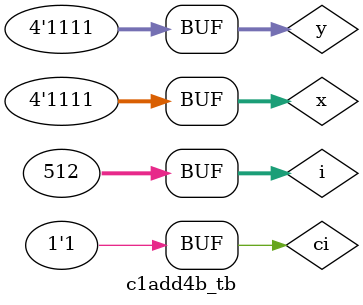
<source format=v>
module c1_add4b(
  input [3:0] x, y,
  input ci,
  output [3:0] z
);

wire [4:0] sum;

assign sum = x + y + ci;
assign z = sum[3:0] + sum[4];

endmodule

module c1add4b_tb;
  reg [3:0] x, y;
  reg ci;
  wire [3:0] z;
  
  c1_add4b cut(
    .x(x),
    .y(y),
    .ci(ci),
    .z(z)
  );
  
  integer i;
  initial begin
    for(i = 0; i < 512;i = i + 1) begin
      {x,y,ci} = i;
      #20;
    end
  end
endmodule
</source>
